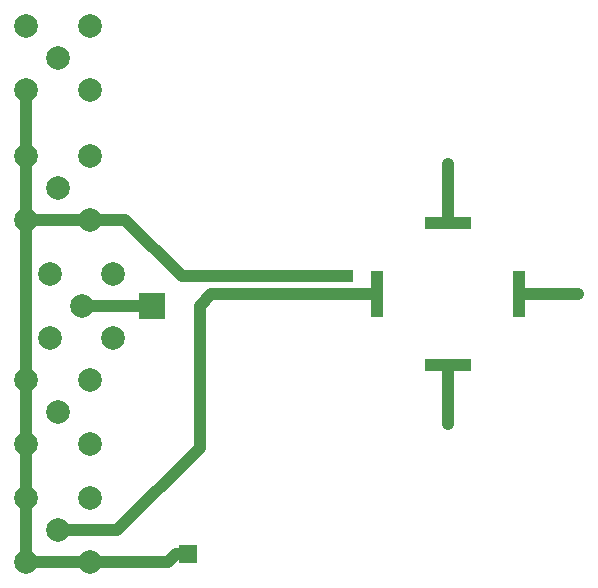
<source format=gbl>
G04 #@! TF.FileFunction,Copper,L2,Bot,Signal*
%FSLAX46Y46*%
G04 Gerber Fmt 4.6, Leading zero omitted, Abs format (unit mm)*
G04 Created by KiCad (PCBNEW (2015-11-24 BZR 6329)-product) date Fri 20 Jan 2017 09:03:45 AM EST*
%MOMM*%
G01*
G04 APERTURE LIST*
%ADD10C,0.100000*%
%ADD11C,1.998980*%
%ADD12R,1.000000X4.000000*%
%ADD13R,4.000000X1.000000*%
%ADD14R,1.500000X1.500000*%
%ADD15R,2.235200X2.235200*%
%ADD16C,0.600000*%
%ADD17C,1.000000*%
G04 APERTURE END LIST*
D10*
D11*
X107000000Y-68000000D03*
X104299980Y-65299980D03*
X104299980Y-70700020D03*
X109700020Y-70700020D03*
X109700020Y-65299980D03*
X107000000Y-108000000D03*
X104299980Y-105299980D03*
X104299980Y-110700020D03*
X109700020Y-110700020D03*
X109700020Y-105299980D03*
X107000000Y-98000000D03*
X104299980Y-95299980D03*
X104299980Y-100700020D03*
X109700020Y-100700020D03*
X109700020Y-95299980D03*
X107000000Y-79000000D03*
X104299980Y-76299980D03*
X104299980Y-81700020D03*
X109700020Y-81700020D03*
X109700020Y-76299980D03*
D12*
X134000000Y-88000000D03*
D13*
X140000000Y-94000000D03*
D12*
X146000000Y-88000000D03*
D13*
X140000000Y-82000000D03*
D14*
X118000000Y-110000000D03*
D13*
X130000000Y-86500000D03*
D15*
X115000000Y-89000000D03*
D11*
X109000000Y-89000000D03*
X106299980Y-86299980D03*
X106299980Y-91700020D03*
X111700020Y-91700020D03*
X111700020Y-86299980D03*
D16*
X151000000Y-88000000D03*
X140000000Y-77000000D03*
X140000000Y-99000000D03*
X129000000Y-88000000D03*
D17*
X151000000Y-88000000D02*
X146000000Y-88000000D01*
X140000000Y-77000000D02*
X140000000Y-82000000D01*
X140000000Y-99000000D02*
X140000000Y-94000000D01*
X129000000Y-88000000D02*
X120000000Y-88000000D01*
X112000000Y-108000000D02*
X107000000Y-108000000D01*
X119000000Y-101000000D02*
X112000000Y-108000000D01*
X119000000Y-89000000D02*
X119000000Y-101000000D01*
X120000000Y-88000000D02*
X119000000Y-89000000D01*
X129000000Y-88000000D02*
X134000000Y-88000000D01*
X109700020Y-81700020D02*
X104299980Y-81700020D01*
X104299980Y-110700020D02*
X104299980Y-105299980D01*
X109700020Y-110700020D02*
X104299980Y-110700020D01*
X118000000Y-110000000D02*
X117000000Y-110000000D01*
X116299980Y-110700020D02*
X109700020Y-110700020D01*
X117000000Y-110000000D02*
X116299980Y-110700020D01*
X104299980Y-81700020D02*
X104299980Y-76299980D01*
X104299980Y-100700020D02*
X104299980Y-95299980D01*
X104299980Y-100700020D02*
X104299980Y-105299980D01*
X104299980Y-81700020D02*
X104299980Y-95299980D01*
X104299980Y-70700020D02*
X104299980Y-76299980D01*
X130000000Y-86500000D02*
X117500000Y-86500000D01*
X112700020Y-81700020D02*
X109700020Y-81700020D01*
X117500000Y-86500000D02*
X112700020Y-81700020D01*
X115000000Y-89000000D02*
X109000000Y-89000000D01*
M02*

</source>
